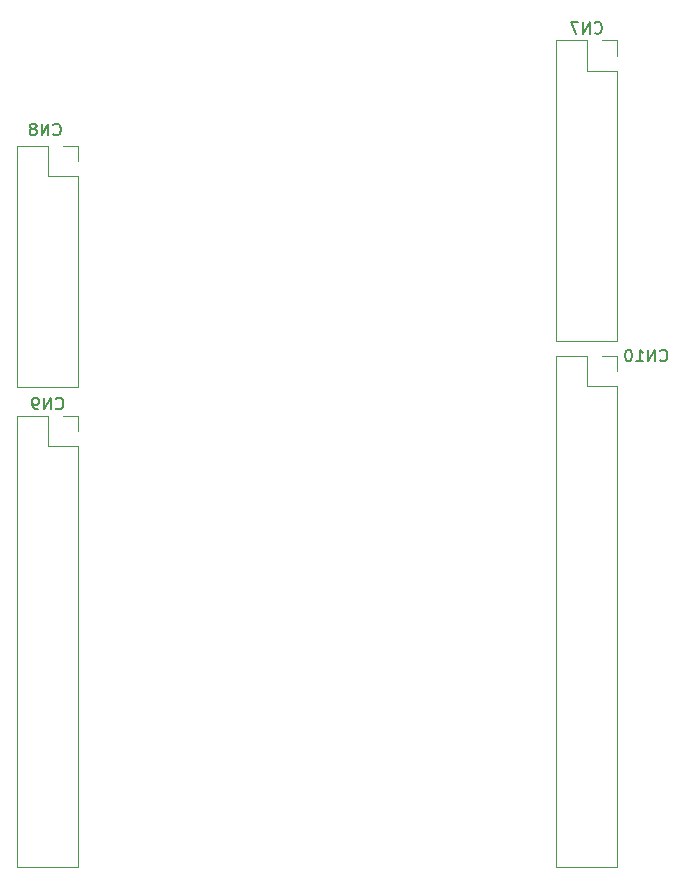
<source format=gbr>
%TF.GenerationSoftware,KiCad,Pcbnew,7.0.1*%
%TF.CreationDate,2023-05-11T12:11:36+02:00*%
%TF.ProjectId,STM32_F439ZI_Shield,53544d33-325f-4463-9433-395a495f5368,rev?*%
%TF.SameCoordinates,Original*%
%TF.FileFunction,Legend,Bot*%
%TF.FilePolarity,Positive*%
%FSLAX46Y46*%
G04 Gerber Fmt 4.6, Leading zero omitted, Abs format (unit mm)*
G04 Created by KiCad (PCBNEW 7.0.1) date 2023-05-11 12:11:36*
%MOMM*%
%LPD*%
G01*
G04 APERTURE LIST*
%ADD10C,0.150000*%
%ADD11C,0.120000*%
G04 APERTURE END LIST*
D10*
%TO.C,CN7*%
X162420476Y-55057380D02*
X162468095Y-55105000D01*
X162468095Y-55105000D02*
X162610952Y-55152619D01*
X162610952Y-55152619D02*
X162706190Y-55152619D01*
X162706190Y-55152619D02*
X162849047Y-55105000D01*
X162849047Y-55105000D02*
X162944285Y-55009761D01*
X162944285Y-55009761D02*
X162991904Y-54914523D01*
X162991904Y-54914523D02*
X163039523Y-54724047D01*
X163039523Y-54724047D02*
X163039523Y-54581190D01*
X163039523Y-54581190D02*
X162991904Y-54390714D01*
X162991904Y-54390714D02*
X162944285Y-54295476D01*
X162944285Y-54295476D02*
X162849047Y-54200238D01*
X162849047Y-54200238D02*
X162706190Y-54152619D01*
X162706190Y-54152619D02*
X162610952Y-54152619D01*
X162610952Y-54152619D02*
X162468095Y-54200238D01*
X162468095Y-54200238D02*
X162420476Y-54247857D01*
X161991904Y-55152619D02*
X161991904Y-54152619D01*
X161991904Y-54152619D02*
X161420476Y-55152619D01*
X161420476Y-55152619D02*
X161420476Y-54152619D01*
X161039523Y-54152619D02*
X160372857Y-54152619D01*
X160372857Y-54152619D02*
X160801428Y-55152619D01*
%TO.C,CN10*%
X167946666Y-82807380D02*
X167994285Y-82855000D01*
X167994285Y-82855000D02*
X168137142Y-82902619D01*
X168137142Y-82902619D02*
X168232380Y-82902619D01*
X168232380Y-82902619D02*
X168375237Y-82855000D01*
X168375237Y-82855000D02*
X168470475Y-82759761D01*
X168470475Y-82759761D02*
X168518094Y-82664523D01*
X168518094Y-82664523D02*
X168565713Y-82474047D01*
X168565713Y-82474047D02*
X168565713Y-82331190D01*
X168565713Y-82331190D02*
X168518094Y-82140714D01*
X168518094Y-82140714D02*
X168470475Y-82045476D01*
X168470475Y-82045476D02*
X168375237Y-81950238D01*
X168375237Y-81950238D02*
X168232380Y-81902619D01*
X168232380Y-81902619D02*
X168137142Y-81902619D01*
X168137142Y-81902619D02*
X167994285Y-81950238D01*
X167994285Y-81950238D02*
X167946666Y-81997857D01*
X167518094Y-82902619D02*
X167518094Y-81902619D01*
X167518094Y-81902619D02*
X166946666Y-82902619D01*
X166946666Y-82902619D02*
X166946666Y-81902619D01*
X165946666Y-82902619D02*
X166518094Y-82902619D01*
X166232380Y-82902619D02*
X166232380Y-81902619D01*
X166232380Y-81902619D02*
X166327618Y-82045476D01*
X166327618Y-82045476D02*
X166422856Y-82140714D01*
X166422856Y-82140714D02*
X166518094Y-82188333D01*
X165327618Y-81902619D02*
X165232380Y-81902619D01*
X165232380Y-81902619D02*
X165137142Y-81950238D01*
X165137142Y-81950238D02*
X165089523Y-81997857D01*
X165089523Y-81997857D02*
X165041904Y-82093095D01*
X165041904Y-82093095D02*
X164994285Y-82283571D01*
X164994285Y-82283571D02*
X164994285Y-82521666D01*
X164994285Y-82521666D02*
X165041904Y-82712142D01*
X165041904Y-82712142D02*
X165089523Y-82807380D01*
X165089523Y-82807380D02*
X165137142Y-82855000D01*
X165137142Y-82855000D02*
X165232380Y-82902619D01*
X165232380Y-82902619D02*
X165327618Y-82902619D01*
X165327618Y-82902619D02*
X165422856Y-82855000D01*
X165422856Y-82855000D02*
X165470475Y-82807380D01*
X165470475Y-82807380D02*
X165518094Y-82712142D01*
X165518094Y-82712142D02*
X165565713Y-82521666D01*
X165565713Y-82521666D02*
X165565713Y-82283571D01*
X165565713Y-82283571D02*
X165518094Y-82093095D01*
X165518094Y-82093095D02*
X165470475Y-81997857D01*
X165470475Y-81997857D02*
X165422856Y-81950238D01*
X165422856Y-81950238D02*
X165327618Y-81902619D01*
%TO.C,CN8*%
X116590476Y-63667380D02*
X116638095Y-63715000D01*
X116638095Y-63715000D02*
X116780952Y-63762619D01*
X116780952Y-63762619D02*
X116876190Y-63762619D01*
X116876190Y-63762619D02*
X117019047Y-63715000D01*
X117019047Y-63715000D02*
X117114285Y-63619761D01*
X117114285Y-63619761D02*
X117161904Y-63524523D01*
X117161904Y-63524523D02*
X117209523Y-63334047D01*
X117209523Y-63334047D02*
X117209523Y-63191190D01*
X117209523Y-63191190D02*
X117161904Y-63000714D01*
X117161904Y-63000714D02*
X117114285Y-62905476D01*
X117114285Y-62905476D02*
X117019047Y-62810238D01*
X117019047Y-62810238D02*
X116876190Y-62762619D01*
X116876190Y-62762619D02*
X116780952Y-62762619D01*
X116780952Y-62762619D02*
X116638095Y-62810238D01*
X116638095Y-62810238D02*
X116590476Y-62857857D01*
X116161904Y-63762619D02*
X116161904Y-62762619D01*
X116161904Y-62762619D02*
X115590476Y-63762619D01*
X115590476Y-63762619D02*
X115590476Y-62762619D01*
X114971428Y-63191190D02*
X115066666Y-63143571D01*
X115066666Y-63143571D02*
X115114285Y-63095952D01*
X115114285Y-63095952D02*
X115161904Y-63000714D01*
X115161904Y-63000714D02*
X115161904Y-62953095D01*
X115161904Y-62953095D02*
X115114285Y-62857857D01*
X115114285Y-62857857D02*
X115066666Y-62810238D01*
X115066666Y-62810238D02*
X114971428Y-62762619D01*
X114971428Y-62762619D02*
X114780952Y-62762619D01*
X114780952Y-62762619D02*
X114685714Y-62810238D01*
X114685714Y-62810238D02*
X114638095Y-62857857D01*
X114638095Y-62857857D02*
X114590476Y-62953095D01*
X114590476Y-62953095D02*
X114590476Y-63000714D01*
X114590476Y-63000714D02*
X114638095Y-63095952D01*
X114638095Y-63095952D02*
X114685714Y-63143571D01*
X114685714Y-63143571D02*
X114780952Y-63191190D01*
X114780952Y-63191190D02*
X114971428Y-63191190D01*
X114971428Y-63191190D02*
X115066666Y-63238809D01*
X115066666Y-63238809D02*
X115114285Y-63286428D01*
X115114285Y-63286428D02*
X115161904Y-63381666D01*
X115161904Y-63381666D02*
X115161904Y-63572142D01*
X115161904Y-63572142D02*
X115114285Y-63667380D01*
X115114285Y-63667380D02*
X115066666Y-63715000D01*
X115066666Y-63715000D02*
X114971428Y-63762619D01*
X114971428Y-63762619D02*
X114780952Y-63762619D01*
X114780952Y-63762619D02*
X114685714Y-63715000D01*
X114685714Y-63715000D02*
X114638095Y-63667380D01*
X114638095Y-63667380D02*
X114590476Y-63572142D01*
X114590476Y-63572142D02*
X114590476Y-63381666D01*
X114590476Y-63381666D02*
X114638095Y-63286428D01*
X114638095Y-63286428D02*
X114685714Y-63238809D01*
X114685714Y-63238809D02*
X114780952Y-63191190D01*
%TO.C,CN9*%
X116800476Y-86867380D02*
X116848095Y-86915000D01*
X116848095Y-86915000D02*
X116990952Y-86962619D01*
X116990952Y-86962619D02*
X117086190Y-86962619D01*
X117086190Y-86962619D02*
X117229047Y-86915000D01*
X117229047Y-86915000D02*
X117324285Y-86819761D01*
X117324285Y-86819761D02*
X117371904Y-86724523D01*
X117371904Y-86724523D02*
X117419523Y-86534047D01*
X117419523Y-86534047D02*
X117419523Y-86391190D01*
X117419523Y-86391190D02*
X117371904Y-86200714D01*
X117371904Y-86200714D02*
X117324285Y-86105476D01*
X117324285Y-86105476D02*
X117229047Y-86010238D01*
X117229047Y-86010238D02*
X117086190Y-85962619D01*
X117086190Y-85962619D02*
X116990952Y-85962619D01*
X116990952Y-85962619D02*
X116848095Y-86010238D01*
X116848095Y-86010238D02*
X116800476Y-86057857D01*
X116371904Y-86962619D02*
X116371904Y-85962619D01*
X116371904Y-85962619D02*
X115800476Y-86962619D01*
X115800476Y-86962619D02*
X115800476Y-85962619D01*
X115276666Y-86962619D02*
X115086190Y-86962619D01*
X115086190Y-86962619D02*
X114990952Y-86915000D01*
X114990952Y-86915000D02*
X114943333Y-86867380D01*
X114943333Y-86867380D02*
X114848095Y-86724523D01*
X114848095Y-86724523D02*
X114800476Y-86534047D01*
X114800476Y-86534047D02*
X114800476Y-86153095D01*
X114800476Y-86153095D02*
X114848095Y-86057857D01*
X114848095Y-86057857D02*
X114895714Y-86010238D01*
X114895714Y-86010238D02*
X114990952Y-85962619D01*
X114990952Y-85962619D02*
X115181428Y-85962619D01*
X115181428Y-85962619D02*
X115276666Y-86010238D01*
X115276666Y-86010238D02*
X115324285Y-86057857D01*
X115324285Y-86057857D02*
X115371904Y-86153095D01*
X115371904Y-86153095D02*
X115371904Y-86391190D01*
X115371904Y-86391190D02*
X115324285Y-86486428D01*
X115324285Y-86486428D02*
X115276666Y-86534047D01*
X115276666Y-86534047D02*
X115181428Y-86581666D01*
X115181428Y-86581666D02*
X114990952Y-86581666D01*
X114990952Y-86581666D02*
X114895714Y-86534047D01*
X114895714Y-86534047D02*
X114848095Y-86486428D01*
X114848095Y-86486428D02*
X114800476Y-86391190D01*
D11*
%TO.C,CN7*%
X164330000Y-81210000D02*
X159130000Y-81210000D01*
X164330000Y-58290000D02*
X164330000Y-81210000D01*
X164330000Y-58290000D02*
X161730000Y-58290000D01*
X164330000Y-57020000D02*
X164330000Y-55690000D01*
X164330000Y-55690000D02*
X163000000Y-55690000D01*
X161730000Y-58290000D02*
X161730000Y-55690000D01*
X161730000Y-55690000D02*
X159130000Y-55690000D01*
X159130000Y-55690000D02*
X159130000Y-81210000D01*
%TO.C,CN10*%
X164340000Y-125720000D02*
X159140000Y-125720000D01*
X164340000Y-85020000D02*
X164340000Y-125720000D01*
X164340000Y-85020000D02*
X161740000Y-85020000D01*
X164340000Y-83750000D02*
X164340000Y-82420000D01*
X164340000Y-82420000D02*
X163010000Y-82420000D01*
X161740000Y-85020000D02*
X161740000Y-82420000D01*
X161740000Y-82420000D02*
X159140000Y-82420000D01*
X159140000Y-82420000D02*
X159140000Y-125720000D01*
%TO.C,CN8*%
X118710000Y-85070000D02*
X113510000Y-85070000D01*
X118710000Y-67230000D02*
X118710000Y-85070000D01*
X118710000Y-67230000D02*
X116110000Y-67230000D01*
X118710000Y-65960000D02*
X118710000Y-64630000D01*
X118710000Y-64630000D02*
X117380000Y-64630000D01*
X116110000Y-67230000D02*
X116110000Y-64630000D01*
X116110000Y-64630000D02*
X113510000Y-64630000D01*
X113510000Y-64630000D02*
X113510000Y-85070000D01*
%TO.C,CN9*%
X118710000Y-125720000D02*
X113510000Y-125720000D01*
X118710000Y-90100000D02*
X118710000Y-125720000D01*
X118710000Y-90100000D02*
X116110000Y-90100000D01*
X118710000Y-88830000D02*
X118710000Y-87500000D01*
X118710000Y-87500000D02*
X117380000Y-87500000D01*
X116110000Y-90100000D02*
X116110000Y-87500000D01*
X116110000Y-87500000D02*
X113510000Y-87500000D01*
X113510000Y-87500000D02*
X113510000Y-125720000D01*
%TD*%
M02*

</source>
